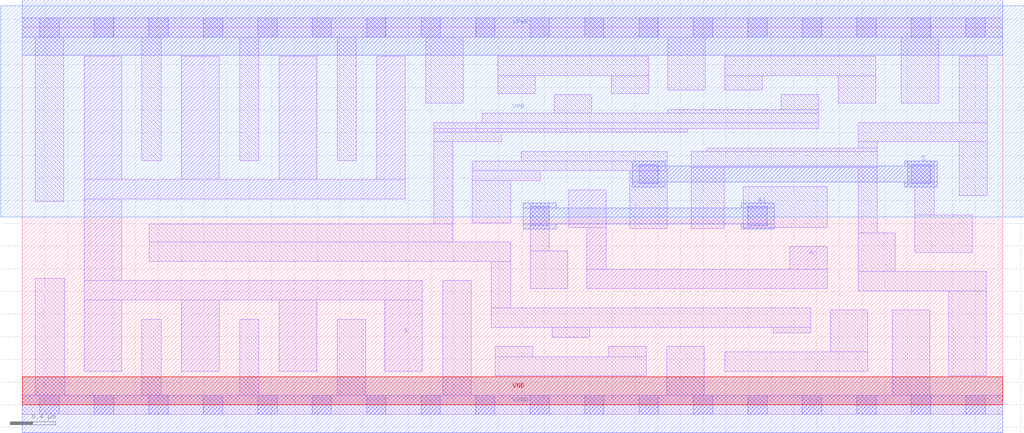
<source format=lef>
# Copyright 2020 The SkyWater PDK Authors
#
# Licensed under the Apache License, Version 2.0 (the "License");
# you may not use this file except in compliance with the License.
# You may obtain a copy of the License at
#
#     https://www.apache.org/licenses/LICENSE-2.0
#
# Unless required by applicable law or agreed to in writing, software
# distributed under the License is distributed on an "AS IS" BASIS,
# WITHOUT WARRANTIES OR CONDITIONS OF ANY KIND, either express or implied.
# See the License for the specific language governing permissions and
# limitations under the License.
#
# SPDX-License-Identifier: Apache-2.0

VERSION 5.7 ;
  NOWIREEXTENSIONATPIN ON ;
  DIVIDERCHAR "/" ;
  BUSBITCHARS "[]" ;
MACRO sky130_fd_sc_lp__mux2_8
  CLASS CORE ;
  FOREIGN sky130_fd_sc_lp__mux2_8 ;
  ORIGIN  0.000000  0.000000 ;
  SIZE  8.640000 BY  3.330000 ;
  SYMMETRY X Y R90 ;
  SITE unit ;
  PIN A0
    ANTENNAGATEAREA  0.492000 ;
    DIRECTION INPUT ;
    USE SIGNAL ;
    PORT
      LAYER li1 ;
        RECT 4.815000 1.565000 5.145000 1.895000 ;
        RECT 4.975000 1.025000 7.095000 1.195000 ;
        RECT 4.975000 1.195000 5.145000 1.565000 ;
        RECT 6.765000 1.195000 7.095000 1.395000 ;
    END
  END A0
  PIN A1
    ANTENNAGATEAREA  0.492000 ;
    DIRECTION INPUT ;
    USE SIGNAL ;
    PORT
      LAYER met1 ;
        RECT 4.415000 1.550000 4.705000 1.595000 ;
        RECT 4.415000 1.595000 6.625000 1.735000 ;
        RECT 4.415000 1.735000 4.705000 1.780000 ;
        RECT 6.335000 1.550000 6.625000 1.595000 ;
        RECT 6.335000 1.735000 6.625000 1.780000 ;
    END
  END A1
  PIN S
    ANTENNAGATEAREA  0.807000 ;
    DIRECTION INPUT ;
    USE SIGNAL ;
    PORT
      LAYER met1 ;
        RECT 5.375000 1.920000 5.665000 1.965000 ;
        RECT 5.375000 1.965000 8.065000 2.105000 ;
        RECT 5.375000 2.105000 5.665000 2.150000 ;
        RECT 7.775000 1.920000 8.065000 1.965000 ;
        RECT 7.775000 2.105000 8.065000 2.150000 ;
    END
  END S
  PIN X
    ANTENNADIFFAREA  2.352000 ;
    DIRECTION OUTPUT ;
    USE SIGNAL ;
    PORT
      LAYER li1 ;
        RECT 0.545000 0.295000 0.875000 0.925000 ;
        RECT 0.545000 0.925000 3.525000 1.095000 ;
        RECT 0.545000 1.095000 0.875000 1.815000 ;
        RECT 0.545000 1.815000 3.375000 1.985000 ;
        RECT 0.545000 1.985000 0.875000 3.075000 ;
        RECT 1.405000 0.295000 1.735000 0.925000 ;
        RECT 1.405000 1.985000 1.735000 3.075000 ;
        RECT 2.265000 0.295000 2.595000 0.925000 ;
        RECT 2.265000 1.985000 2.595000 3.075000 ;
        RECT 3.125000 1.985000 3.375000 3.075000 ;
        RECT 3.195000 0.295000 3.525000 0.925000 ;
    END
  END X
  PIN VGND
    DIRECTION INOUT ;
    USE GROUND ;
    PORT
      LAYER met1 ;
        RECT 0.000000 -0.245000 8.640000 0.245000 ;
    END
  END VGND
  PIN VNB
    DIRECTION INOUT ;
    USE GROUND ;
    PORT
      LAYER pwell ;
        RECT 0.000000 0.000000 8.640000 0.245000 ;
    END
  END VNB
  PIN VPB
    DIRECTION INOUT ;
    USE POWER ;
    PORT
      LAYER nwell ;
        RECT -0.190000 1.655000 8.830000 3.520000 ;
    END
  END VPB
  PIN VPWR
    DIRECTION INOUT ;
    USE POWER ;
    PORT
      LAYER met1 ;
        RECT 0.000000 3.085000 8.640000 3.575000 ;
    END
  END VPWR
  OBS
    LAYER li1 ;
      RECT 0.000000 -0.085000 8.640000 0.085000 ;
      RECT 0.000000  3.245000 8.640000 3.415000 ;
      RECT 0.115000  0.085000 0.375000 1.115000 ;
      RECT 0.115000  1.795000 0.365000 3.245000 ;
      RECT 1.055000  0.085000 1.225000 0.755000 ;
      RECT 1.055000  2.155000 1.225000 3.245000 ;
      RECT 1.120000  1.265000 4.305000 1.435000 ;
      RECT 1.120000  1.435000 3.795000 1.595000 ;
      RECT 1.915000  0.085000 2.085000 0.755000 ;
      RECT 1.915000  2.155000 2.085000 3.245000 ;
      RECT 2.775000  0.085000 3.025000 0.755000 ;
      RECT 2.775000  2.155000 2.945000 3.245000 ;
      RECT 3.555000  2.660000 3.885000 3.245000 ;
      RECT 3.625000  1.595000 3.795000 2.320000 ;
      RECT 3.625000  2.320000 4.225000 2.405000 ;
      RECT 3.625000  2.405000 5.860000 2.435000 ;
      RECT 3.625000  2.435000 7.020000 2.490000 ;
      RECT 3.705000  0.085000 3.955000 1.095000 ;
      RECT 3.965000  1.605000 4.305000 1.980000 ;
      RECT 3.965000  1.980000 4.565000 2.065000 ;
      RECT 3.965000  2.065000 5.685000 2.150000 ;
      RECT 4.055000  2.490000 7.020000 2.575000 ;
      RECT 4.135000  0.685000 6.950000 0.855000 ;
      RECT 4.135000  0.855000 4.305000 1.265000 ;
      RECT 4.170000  0.255000 5.500000 0.425000 ;
      RECT 4.170000  0.425000 4.500000 0.515000 ;
      RECT 4.190000  2.745000 4.520000 2.905000 ;
      RECT 4.190000  2.905000 5.520000 3.075000 ;
      RECT 4.395000  2.150000 5.685000 2.235000 ;
      RECT 4.475000  1.025000 4.805000 1.355000 ;
      RECT 4.475000  1.355000 4.645000 1.780000 ;
      RECT 4.670000  0.595000 5.000000 0.685000 ;
      RECT 4.690000  2.575000 5.020000 2.735000 ;
      RECT 5.170000  0.425000 5.500000 0.515000 ;
      RECT 5.190000  2.745000 5.520000 2.905000 ;
      RECT 5.355000  1.555000 5.685000 2.065000 ;
      RECT 5.680000  0.085000 6.010000 0.515000 ;
      RECT 5.690000  2.575000 7.020000 2.605000 ;
      RECT 5.690000  2.775000 6.020000 3.245000 ;
      RECT 5.895000  1.555000 6.185000 2.095000 ;
      RECT 5.895000  2.095000 7.535000 2.235000 ;
      RECT 6.030000  2.235000 7.535000 2.265000 ;
      RECT 6.190000  0.295000 7.450000 0.465000 ;
      RECT 6.190000  2.775000 6.520000 2.905000 ;
      RECT 6.190000  2.905000 7.520000 3.075000 ;
      RECT 6.355000  1.550000 6.595000 1.565000 ;
      RECT 6.355000  1.565000 7.095000 1.925000 ;
      RECT 6.620000  0.635000 6.950000 0.685000 ;
      RECT 6.690000  2.605000 7.020000 2.735000 ;
      RECT 7.120000  0.465000 7.450000 0.835000 ;
      RECT 7.190000  2.660000 7.520000 2.905000 ;
      RECT 7.365000  1.005000 8.495000 1.175000 ;
      RECT 7.365000  1.175000 7.695000 1.515000 ;
      RECT 7.365000  1.515000 7.535000 2.095000 ;
      RECT 7.365000  2.265000 7.535000 2.320000 ;
      RECT 7.365000  2.320000 8.505000 2.490000 ;
      RECT 7.665000  0.085000 7.995000 0.835000 ;
      RECT 7.745000  2.660000 8.075000 3.245000 ;
      RECT 7.805000  1.920000 8.035000 2.150000 ;
      RECT 7.865000  1.345000 8.370000 1.675000 ;
      RECT 7.865000  1.675000 8.035000 1.920000 ;
      RECT 8.165000  0.255000 8.495000 1.005000 ;
      RECT 8.255000  1.845000 8.505000 2.320000 ;
      RECT 8.255000  2.490000 8.505000 3.075000 ;
    LAYER mcon ;
      RECT 0.155000 -0.085000 0.325000 0.085000 ;
      RECT 0.155000  3.245000 0.325000 3.415000 ;
      RECT 0.635000 -0.085000 0.805000 0.085000 ;
      RECT 0.635000  3.245000 0.805000 3.415000 ;
      RECT 1.115000 -0.085000 1.285000 0.085000 ;
      RECT 1.115000  3.245000 1.285000 3.415000 ;
      RECT 1.595000 -0.085000 1.765000 0.085000 ;
      RECT 1.595000  3.245000 1.765000 3.415000 ;
      RECT 2.075000 -0.085000 2.245000 0.085000 ;
      RECT 2.075000  3.245000 2.245000 3.415000 ;
      RECT 2.555000 -0.085000 2.725000 0.085000 ;
      RECT 2.555000  3.245000 2.725000 3.415000 ;
      RECT 3.035000 -0.085000 3.205000 0.085000 ;
      RECT 3.035000  3.245000 3.205000 3.415000 ;
      RECT 3.515000 -0.085000 3.685000 0.085000 ;
      RECT 3.515000  3.245000 3.685000 3.415000 ;
      RECT 3.995000 -0.085000 4.165000 0.085000 ;
      RECT 3.995000  3.245000 4.165000 3.415000 ;
      RECT 4.475000 -0.085000 4.645000 0.085000 ;
      RECT 4.475000  1.580000 4.645000 1.750000 ;
      RECT 4.475000  3.245000 4.645000 3.415000 ;
      RECT 4.955000 -0.085000 5.125000 0.085000 ;
      RECT 4.955000  3.245000 5.125000 3.415000 ;
      RECT 5.435000 -0.085000 5.605000 0.085000 ;
      RECT 5.435000  1.950000 5.605000 2.120000 ;
      RECT 5.435000  3.245000 5.605000 3.415000 ;
      RECT 5.915000 -0.085000 6.085000 0.085000 ;
      RECT 5.915000  3.245000 6.085000 3.415000 ;
      RECT 6.395000 -0.085000 6.565000 0.085000 ;
      RECT 6.395000  1.580000 6.565000 1.750000 ;
      RECT 6.395000  3.245000 6.565000 3.415000 ;
      RECT 6.875000 -0.085000 7.045000 0.085000 ;
      RECT 6.875000  3.245000 7.045000 3.415000 ;
      RECT 7.355000 -0.085000 7.525000 0.085000 ;
      RECT 7.355000  3.245000 7.525000 3.415000 ;
      RECT 7.835000 -0.085000 8.005000 0.085000 ;
      RECT 7.835000  1.950000 8.005000 2.120000 ;
      RECT 7.835000  3.245000 8.005000 3.415000 ;
      RECT 8.315000 -0.085000 8.485000 0.085000 ;
      RECT 8.315000  3.245000 8.485000 3.415000 ;
  END
END sky130_fd_sc_lp__mux2_8
END LIBRARY

</source>
